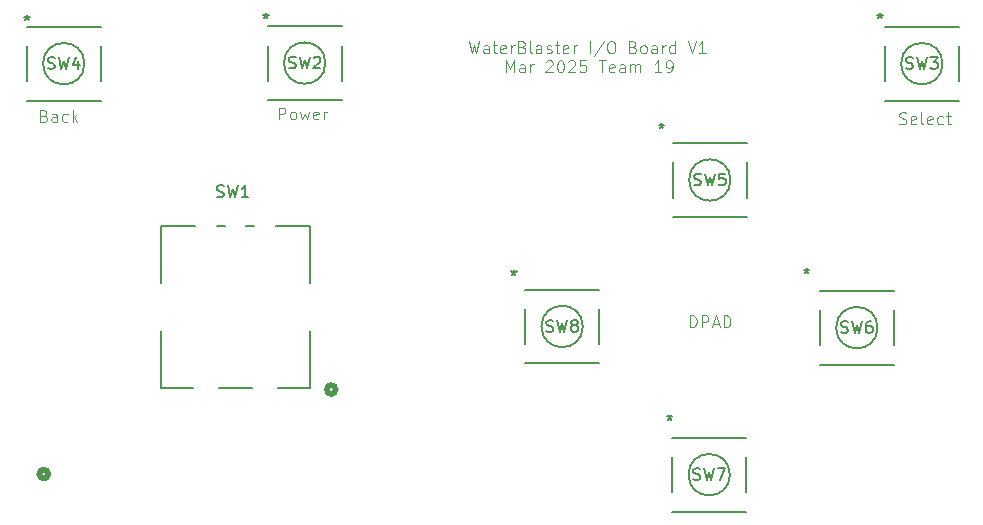
<source format=gbr>
%TF.GenerationSoftware,KiCad,Pcbnew,9.0.0*%
%TF.CreationDate,2025-03-23T02:30:14-05:00*%
%TF.ProjectId,IOBoardV1,494f426f-6172-4645-9631-2e6b69636164,rev?*%
%TF.SameCoordinates,Original*%
%TF.FileFunction,Legend,Top*%
%TF.FilePolarity,Positive*%
%FSLAX46Y46*%
G04 Gerber Fmt 4.6, Leading zero omitted, Abs format (unit mm)*
G04 Created by KiCad (PCBNEW 9.0.0) date 2025-03-23 02:30:14*
%MOMM*%
%LPD*%
G01*
G04 APERTURE LIST*
%ADD10C,0.100000*%
%ADD11C,0.150000*%
%ADD12C,0.152400*%
%ADD13C,0.508000*%
G04 APERTURE END LIST*
D10*
X176103884Y-77272419D02*
X176103884Y-76272419D01*
X176103884Y-76272419D02*
X176341979Y-76272419D01*
X176341979Y-76272419D02*
X176484836Y-76320038D01*
X176484836Y-76320038D02*
X176580074Y-76415276D01*
X176580074Y-76415276D02*
X176627693Y-76510514D01*
X176627693Y-76510514D02*
X176675312Y-76700990D01*
X176675312Y-76700990D02*
X176675312Y-76843847D01*
X176675312Y-76843847D02*
X176627693Y-77034323D01*
X176627693Y-77034323D02*
X176580074Y-77129561D01*
X176580074Y-77129561D02*
X176484836Y-77224800D01*
X176484836Y-77224800D02*
X176341979Y-77272419D01*
X176341979Y-77272419D02*
X176103884Y-77272419D01*
X177103884Y-77272419D02*
X177103884Y-76272419D01*
X177103884Y-76272419D02*
X177484836Y-76272419D01*
X177484836Y-76272419D02*
X177580074Y-76320038D01*
X177580074Y-76320038D02*
X177627693Y-76367657D01*
X177627693Y-76367657D02*
X177675312Y-76462895D01*
X177675312Y-76462895D02*
X177675312Y-76605752D01*
X177675312Y-76605752D02*
X177627693Y-76700990D01*
X177627693Y-76700990D02*
X177580074Y-76748609D01*
X177580074Y-76748609D02*
X177484836Y-76796228D01*
X177484836Y-76796228D02*
X177103884Y-76796228D01*
X178056265Y-76986704D02*
X178532455Y-76986704D01*
X177961027Y-77272419D02*
X178294360Y-76272419D01*
X178294360Y-76272419D02*
X178627693Y-77272419D01*
X178961027Y-77272419D02*
X178961027Y-76272419D01*
X178961027Y-76272419D02*
X179199122Y-76272419D01*
X179199122Y-76272419D02*
X179341979Y-76320038D01*
X179341979Y-76320038D02*
X179437217Y-76415276D01*
X179437217Y-76415276D02*
X179484836Y-76510514D01*
X179484836Y-76510514D02*
X179532455Y-76700990D01*
X179532455Y-76700990D02*
X179532455Y-76843847D01*
X179532455Y-76843847D02*
X179484836Y-77034323D01*
X179484836Y-77034323D02*
X179437217Y-77129561D01*
X179437217Y-77129561D02*
X179341979Y-77224800D01*
X179341979Y-77224800D02*
X179199122Y-77272419D01*
X179199122Y-77272419D02*
X178961027Y-77272419D01*
X141303884Y-59672419D02*
X141303884Y-58672419D01*
X141303884Y-58672419D02*
X141684836Y-58672419D01*
X141684836Y-58672419D02*
X141780074Y-58720038D01*
X141780074Y-58720038D02*
X141827693Y-58767657D01*
X141827693Y-58767657D02*
X141875312Y-58862895D01*
X141875312Y-58862895D02*
X141875312Y-59005752D01*
X141875312Y-59005752D02*
X141827693Y-59100990D01*
X141827693Y-59100990D02*
X141780074Y-59148609D01*
X141780074Y-59148609D02*
X141684836Y-59196228D01*
X141684836Y-59196228D02*
X141303884Y-59196228D01*
X142446741Y-59672419D02*
X142351503Y-59624800D01*
X142351503Y-59624800D02*
X142303884Y-59577180D01*
X142303884Y-59577180D02*
X142256265Y-59481942D01*
X142256265Y-59481942D02*
X142256265Y-59196228D01*
X142256265Y-59196228D02*
X142303884Y-59100990D01*
X142303884Y-59100990D02*
X142351503Y-59053371D01*
X142351503Y-59053371D02*
X142446741Y-59005752D01*
X142446741Y-59005752D02*
X142589598Y-59005752D01*
X142589598Y-59005752D02*
X142684836Y-59053371D01*
X142684836Y-59053371D02*
X142732455Y-59100990D01*
X142732455Y-59100990D02*
X142780074Y-59196228D01*
X142780074Y-59196228D02*
X142780074Y-59481942D01*
X142780074Y-59481942D02*
X142732455Y-59577180D01*
X142732455Y-59577180D02*
X142684836Y-59624800D01*
X142684836Y-59624800D02*
X142589598Y-59672419D01*
X142589598Y-59672419D02*
X142446741Y-59672419D01*
X143113408Y-59005752D02*
X143303884Y-59672419D01*
X143303884Y-59672419D02*
X143494360Y-59196228D01*
X143494360Y-59196228D02*
X143684836Y-59672419D01*
X143684836Y-59672419D02*
X143875312Y-59005752D01*
X144637217Y-59624800D02*
X144541979Y-59672419D01*
X144541979Y-59672419D02*
X144351503Y-59672419D01*
X144351503Y-59672419D02*
X144256265Y-59624800D01*
X144256265Y-59624800D02*
X144208646Y-59529561D01*
X144208646Y-59529561D02*
X144208646Y-59148609D01*
X144208646Y-59148609D02*
X144256265Y-59053371D01*
X144256265Y-59053371D02*
X144351503Y-59005752D01*
X144351503Y-59005752D02*
X144541979Y-59005752D01*
X144541979Y-59005752D02*
X144637217Y-59053371D01*
X144637217Y-59053371D02*
X144684836Y-59148609D01*
X144684836Y-59148609D02*
X144684836Y-59243847D01*
X144684836Y-59243847D02*
X144208646Y-59339085D01*
X145113408Y-59672419D02*
X145113408Y-59005752D01*
X145113408Y-59196228D02*
X145161027Y-59100990D01*
X145161027Y-59100990D02*
X145208646Y-59053371D01*
X145208646Y-59053371D02*
X145303884Y-59005752D01*
X145303884Y-59005752D02*
X145399122Y-59005752D01*
X193856265Y-60024800D02*
X193999122Y-60072419D01*
X193999122Y-60072419D02*
X194237217Y-60072419D01*
X194237217Y-60072419D02*
X194332455Y-60024800D01*
X194332455Y-60024800D02*
X194380074Y-59977180D01*
X194380074Y-59977180D02*
X194427693Y-59881942D01*
X194427693Y-59881942D02*
X194427693Y-59786704D01*
X194427693Y-59786704D02*
X194380074Y-59691466D01*
X194380074Y-59691466D02*
X194332455Y-59643847D01*
X194332455Y-59643847D02*
X194237217Y-59596228D01*
X194237217Y-59596228D02*
X194046741Y-59548609D01*
X194046741Y-59548609D02*
X193951503Y-59500990D01*
X193951503Y-59500990D02*
X193903884Y-59453371D01*
X193903884Y-59453371D02*
X193856265Y-59358133D01*
X193856265Y-59358133D02*
X193856265Y-59262895D01*
X193856265Y-59262895D02*
X193903884Y-59167657D01*
X193903884Y-59167657D02*
X193951503Y-59120038D01*
X193951503Y-59120038D02*
X194046741Y-59072419D01*
X194046741Y-59072419D02*
X194284836Y-59072419D01*
X194284836Y-59072419D02*
X194427693Y-59120038D01*
X195237217Y-60024800D02*
X195141979Y-60072419D01*
X195141979Y-60072419D02*
X194951503Y-60072419D01*
X194951503Y-60072419D02*
X194856265Y-60024800D01*
X194856265Y-60024800D02*
X194808646Y-59929561D01*
X194808646Y-59929561D02*
X194808646Y-59548609D01*
X194808646Y-59548609D02*
X194856265Y-59453371D01*
X194856265Y-59453371D02*
X194951503Y-59405752D01*
X194951503Y-59405752D02*
X195141979Y-59405752D01*
X195141979Y-59405752D02*
X195237217Y-59453371D01*
X195237217Y-59453371D02*
X195284836Y-59548609D01*
X195284836Y-59548609D02*
X195284836Y-59643847D01*
X195284836Y-59643847D02*
X194808646Y-59739085D01*
X195856265Y-60072419D02*
X195761027Y-60024800D01*
X195761027Y-60024800D02*
X195713408Y-59929561D01*
X195713408Y-59929561D02*
X195713408Y-59072419D01*
X196618170Y-60024800D02*
X196522932Y-60072419D01*
X196522932Y-60072419D02*
X196332456Y-60072419D01*
X196332456Y-60072419D02*
X196237218Y-60024800D01*
X196237218Y-60024800D02*
X196189599Y-59929561D01*
X196189599Y-59929561D02*
X196189599Y-59548609D01*
X196189599Y-59548609D02*
X196237218Y-59453371D01*
X196237218Y-59453371D02*
X196332456Y-59405752D01*
X196332456Y-59405752D02*
X196522932Y-59405752D01*
X196522932Y-59405752D02*
X196618170Y-59453371D01*
X196618170Y-59453371D02*
X196665789Y-59548609D01*
X196665789Y-59548609D02*
X196665789Y-59643847D01*
X196665789Y-59643847D02*
X196189599Y-59739085D01*
X197522932Y-60024800D02*
X197427694Y-60072419D01*
X197427694Y-60072419D02*
X197237218Y-60072419D01*
X197237218Y-60072419D02*
X197141980Y-60024800D01*
X197141980Y-60024800D02*
X197094361Y-59977180D01*
X197094361Y-59977180D02*
X197046742Y-59881942D01*
X197046742Y-59881942D02*
X197046742Y-59596228D01*
X197046742Y-59596228D02*
X197094361Y-59500990D01*
X197094361Y-59500990D02*
X197141980Y-59453371D01*
X197141980Y-59453371D02*
X197237218Y-59405752D01*
X197237218Y-59405752D02*
X197427694Y-59405752D01*
X197427694Y-59405752D02*
X197522932Y-59453371D01*
X197808647Y-59405752D02*
X198189599Y-59405752D01*
X197951504Y-59072419D02*
X197951504Y-59929561D01*
X197951504Y-59929561D02*
X197999123Y-60024800D01*
X197999123Y-60024800D02*
X198094361Y-60072419D01*
X198094361Y-60072419D02*
X198189599Y-60072419D01*
X157408646Y-53062475D02*
X157646741Y-54062475D01*
X157646741Y-54062475D02*
X157837217Y-53348189D01*
X157837217Y-53348189D02*
X158027693Y-54062475D01*
X158027693Y-54062475D02*
X158265789Y-53062475D01*
X159075312Y-54062475D02*
X159075312Y-53538665D01*
X159075312Y-53538665D02*
X159027693Y-53443427D01*
X159027693Y-53443427D02*
X158932455Y-53395808D01*
X158932455Y-53395808D02*
X158741979Y-53395808D01*
X158741979Y-53395808D02*
X158646741Y-53443427D01*
X159075312Y-54014856D02*
X158980074Y-54062475D01*
X158980074Y-54062475D02*
X158741979Y-54062475D01*
X158741979Y-54062475D02*
X158646741Y-54014856D01*
X158646741Y-54014856D02*
X158599122Y-53919617D01*
X158599122Y-53919617D02*
X158599122Y-53824379D01*
X158599122Y-53824379D02*
X158646741Y-53729141D01*
X158646741Y-53729141D02*
X158741979Y-53681522D01*
X158741979Y-53681522D02*
X158980074Y-53681522D01*
X158980074Y-53681522D02*
X159075312Y-53633903D01*
X159408646Y-53395808D02*
X159789598Y-53395808D01*
X159551503Y-53062475D02*
X159551503Y-53919617D01*
X159551503Y-53919617D02*
X159599122Y-54014856D01*
X159599122Y-54014856D02*
X159694360Y-54062475D01*
X159694360Y-54062475D02*
X159789598Y-54062475D01*
X160503884Y-54014856D02*
X160408646Y-54062475D01*
X160408646Y-54062475D02*
X160218170Y-54062475D01*
X160218170Y-54062475D02*
X160122932Y-54014856D01*
X160122932Y-54014856D02*
X160075313Y-53919617D01*
X160075313Y-53919617D02*
X160075313Y-53538665D01*
X160075313Y-53538665D02*
X160122932Y-53443427D01*
X160122932Y-53443427D02*
X160218170Y-53395808D01*
X160218170Y-53395808D02*
X160408646Y-53395808D01*
X160408646Y-53395808D02*
X160503884Y-53443427D01*
X160503884Y-53443427D02*
X160551503Y-53538665D01*
X160551503Y-53538665D02*
X160551503Y-53633903D01*
X160551503Y-53633903D02*
X160075313Y-53729141D01*
X160980075Y-54062475D02*
X160980075Y-53395808D01*
X160980075Y-53586284D02*
X161027694Y-53491046D01*
X161027694Y-53491046D02*
X161075313Y-53443427D01*
X161075313Y-53443427D02*
X161170551Y-53395808D01*
X161170551Y-53395808D02*
X161265789Y-53395808D01*
X161932456Y-53538665D02*
X162075313Y-53586284D01*
X162075313Y-53586284D02*
X162122932Y-53633903D01*
X162122932Y-53633903D02*
X162170551Y-53729141D01*
X162170551Y-53729141D02*
X162170551Y-53871998D01*
X162170551Y-53871998D02*
X162122932Y-53967236D01*
X162122932Y-53967236D02*
X162075313Y-54014856D01*
X162075313Y-54014856D02*
X161980075Y-54062475D01*
X161980075Y-54062475D02*
X161599123Y-54062475D01*
X161599123Y-54062475D02*
X161599123Y-53062475D01*
X161599123Y-53062475D02*
X161932456Y-53062475D01*
X161932456Y-53062475D02*
X162027694Y-53110094D01*
X162027694Y-53110094D02*
X162075313Y-53157713D01*
X162075313Y-53157713D02*
X162122932Y-53252951D01*
X162122932Y-53252951D02*
X162122932Y-53348189D01*
X162122932Y-53348189D02*
X162075313Y-53443427D01*
X162075313Y-53443427D02*
X162027694Y-53491046D01*
X162027694Y-53491046D02*
X161932456Y-53538665D01*
X161932456Y-53538665D02*
X161599123Y-53538665D01*
X162741980Y-54062475D02*
X162646742Y-54014856D01*
X162646742Y-54014856D02*
X162599123Y-53919617D01*
X162599123Y-53919617D02*
X162599123Y-53062475D01*
X163551504Y-54062475D02*
X163551504Y-53538665D01*
X163551504Y-53538665D02*
X163503885Y-53443427D01*
X163503885Y-53443427D02*
X163408647Y-53395808D01*
X163408647Y-53395808D02*
X163218171Y-53395808D01*
X163218171Y-53395808D02*
X163122933Y-53443427D01*
X163551504Y-54014856D02*
X163456266Y-54062475D01*
X163456266Y-54062475D02*
X163218171Y-54062475D01*
X163218171Y-54062475D02*
X163122933Y-54014856D01*
X163122933Y-54014856D02*
X163075314Y-53919617D01*
X163075314Y-53919617D02*
X163075314Y-53824379D01*
X163075314Y-53824379D02*
X163122933Y-53729141D01*
X163122933Y-53729141D02*
X163218171Y-53681522D01*
X163218171Y-53681522D02*
X163456266Y-53681522D01*
X163456266Y-53681522D02*
X163551504Y-53633903D01*
X163980076Y-54014856D02*
X164075314Y-54062475D01*
X164075314Y-54062475D02*
X164265790Y-54062475D01*
X164265790Y-54062475D02*
X164361028Y-54014856D01*
X164361028Y-54014856D02*
X164408647Y-53919617D01*
X164408647Y-53919617D02*
X164408647Y-53871998D01*
X164408647Y-53871998D02*
X164361028Y-53776760D01*
X164361028Y-53776760D02*
X164265790Y-53729141D01*
X164265790Y-53729141D02*
X164122933Y-53729141D01*
X164122933Y-53729141D02*
X164027695Y-53681522D01*
X164027695Y-53681522D02*
X163980076Y-53586284D01*
X163980076Y-53586284D02*
X163980076Y-53538665D01*
X163980076Y-53538665D02*
X164027695Y-53443427D01*
X164027695Y-53443427D02*
X164122933Y-53395808D01*
X164122933Y-53395808D02*
X164265790Y-53395808D01*
X164265790Y-53395808D02*
X164361028Y-53443427D01*
X164694362Y-53395808D02*
X165075314Y-53395808D01*
X164837219Y-53062475D02*
X164837219Y-53919617D01*
X164837219Y-53919617D02*
X164884838Y-54014856D01*
X164884838Y-54014856D02*
X164980076Y-54062475D01*
X164980076Y-54062475D02*
X165075314Y-54062475D01*
X165789600Y-54014856D02*
X165694362Y-54062475D01*
X165694362Y-54062475D02*
X165503886Y-54062475D01*
X165503886Y-54062475D02*
X165408648Y-54014856D01*
X165408648Y-54014856D02*
X165361029Y-53919617D01*
X165361029Y-53919617D02*
X165361029Y-53538665D01*
X165361029Y-53538665D02*
X165408648Y-53443427D01*
X165408648Y-53443427D02*
X165503886Y-53395808D01*
X165503886Y-53395808D02*
X165694362Y-53395808D01*
X165694362Y-53395808D02*
X165789600Y-53443427D01*
X165789600Y-53443427D02*
X165837219Y-53538665D01*
X165837219Y-53538665D02*
X165837219Y-53633903D01*
X165837219Y-53633903D02*
X165361029Y-53729141D01*
X166265791Y-54062475D02*
X166265791Y-53395808D01*
X166265791Y-53586284D02*
X166313410Y-53491046D01*
X166313410Y-53491046D02*
X166361029Y-53443427D01*
X166361029Y-53443427D02*
X166456267Y-53395808D01*
X166456267Y-53395808D02*
X166551505Y-53395808D01*
X167646744Y-54062475D02*
X167646744Y-53062475D01*
X168837219Y-53014856D02*
X167980077Y-54300570D01*
X169361029Y-53062475D02*
X169551505Y-53062475D01*
X169551505Y-53062475D02*
X169646743Y-53110094D01*
X169646743Y-53110094D02*
X169741981Y-53205332D01*
X169741981Y-53205332D02*
X169789600Y-53395808D01*
X169789600Y-53395808D02*
X169789600Y-53729141D01*
X169789600Y-53729141D02*
X169741981Y-53919617D01*
X169741981Y-53919617D02*
X169646743Y-54014856D01*
X169646743Y-54014856D02*
X169551505Y-54062475D01*
X169551505Y-54062475D02*
X169361029Y-54062475D01*
X169361029Y-54062475D02*
X169265791Y-54014856D01*
X169265791Y-54014856D02*
X169170553Y-53919617D01*
X169170553Y-53919617D02*
X169122934Y-53729141D01*
X169122934Y-53729141D02*
X169122934Y-53395808D01*
X169122934Y-53395808D02*
X169170553Y-53205332D01*
X169170553Y-53205332D02*
X169265791Y-53110094D01*
X169265791Y-53110094D02*
X169361029Y-53062475D01*
X171313410Y-53538665D02*
X171456267Y-53586284D01*
X171456267Y-53586284D02*
X171503886Y-53633903D01*
X171503886Y-53633903D02*
X171551505Y-53729141D01*
X171551505Y-53729141D02*
X171551505Y-53871998D01*
X171551505Y-53871998D02*
X171503886Y-53967236D01*
X171503886Y-53967236D02*
X171456267Y-54014856D01*
X171456267Y-54014856D02*
X171361029Y-54062475D01*
X171361029Y-54062475D02*
X170980077Y-54062475D01*
X170980077Y-54062475D02*
X170980077Y-53062475D01*
X170980077Y-53062475D02*
X171313410Y-53062475D01*
X171313410Y-53062475D02*
X171408648Y-53110094D01*
X171408648Y-53110094D02*
X171456267Y-53157713D01*
X171456267Y-53157713D02*
X171503886Y-53252951D01*
X171503886Y-53252951D02*
X171503886Y-53348189D01*
X171503886Y-53348189D02*
X171456267Y-53443427D01*
X171456267Y-53443427D02*
X171408648Y-53491046D01*
X171408648Y-53491046D02*
X171313410Y-53538665D01*
X171313410Y-53538665D02*
X170980077Y-53538665D01*
X172122934Y-54062475D02*
X172027696Y-54014856D01*
X172027696Y-54014856D02*
X171980077Y-53967236D01*
X171980077Y-53967236D02*
X171932458Y-53871998D01*
X171932458Y-53871998D02*
X171932458Y-53586284D01*
X171932458Y-53586284D02*
X171980077Y-53491046D01*
X171980077Y-53491046D02*
X172027696Y-53443427D01*
X172027696Y-53443427D02*
X172122934Y-53395808D01*
X172122934Y-53395808D02*
X172265791Y-53395808D01*
X172265791Y-53395808D02*
X172361029Y-53443427D01*
X172361029Y-53443427D02*
X172408648Y-53491046D01*
X172408648Y-53491046D02*
X172456267Y-53586284D01*
X172456267Y-53586284D02*
X172456267Y-53871998D01*
X172456267Y-53871998D02*
X172408648Y-53967236D01*
X172408648Y-53967236D02*
X172361029Y-54014856D01*
X172361029Y-54014856D02*
X172265791Y-54062475D01*
X172265791Y-54062475D02*
X172122934Y-54062475D01*
X173313410Y-54062475D02*
X173313410Y-53538665D01*
X173313410Y-53538665D02*
X173265791Y-53443427D01*
X173265791Y-53443427D02*
X173170553Y-53395808D01*
X173170553Y-53395808D02*
X172980077Y-53395808D01*
X172980077Y-53395808D02*
X172884839Y-53443427D01*
X173313410Y-54014856D02*
X173218172Y-54062475D01*
X173218172Y-54062475D02*
X172980077Y-54062475D01*
X172980077Y-54062475D02*
X172884839Y-54014856D01*
X172884839Y-54014856D02*
X172837220Y-53919617D01*
X172837220Y-53919617D02*
X172837220Y-53824379D01*
X172837220Y-53824379D02*
X172884839Y-53729141D01*
X172884839Y-53729141D02*
X172980077Y-53681522D01*
X172980077Y-53681522D02*
X173218172Y-53681522D01*
X173218172Y-53681522D02*
X173313410Y-53633903D01*
X173789601Y-54062475D02*
X173789601Y-53395808D01*
X173789601Y-53586284D02*
X173837220Y-53491046D01*
X173837220Y-53491046D02*
X173884839Y-53443427D01*
X173884839Y-53443427D02*
X173980077Y-53395808D01*
X173980077Y-53395808D02*
X174075315Y-53395808D01*
X174837220Y-54062475D02*
X174837220Y-53062475D01*
X174837220Y-54014856D02*
X174741982Y-54062475D01*
X174741982Y-54062475D02*
X174551506Y-54062475D01*
X174551506Y-54062475D02*
X174456268Y-54014856D01*
X174456268Y-54014856D02*
X174408649Y-53967236D01*
X174408649Y-53967236D02*
X174361030Y-53871998D01*
X174361030Y-53871998D02*
X174361030Y-53586284D01*
X174361030Y-53586284D02*
X174408649Y-53491046D01*
X174408649Y-53491046D02*
X174456268Y-53443427D01*
X174456268Y-53443427D02*
X174551506Y-53395808D01*
X174551506Y-53395808D02*
X174741982Y-53395808D01*
X174741982Y-53395808D02*
X174837220Y-53443427D01*
X175932459Y-53062475D02*
X176265792Y-54062475D01*
X176265792Y-54062475D02*
X176599125Y-53062475D01*
X177456268Y-54062475D02*
X176884840Y-54062475D01*
X177170554Y-54062475D02*
X177170554Y-53062475D01*
X177170554Y-53062475D02*
X177075316Y-53205332D01*
X177075316Y-53205332D02*
X176980078Y-53300570D01*
X176980078Y-53300570D02*
X176884840Y-53348189D01*
X160551504Y-55672419D02*
X160551504Y-54672419D01*
X160551504Y-54672419D02*
X160884837Y-55386704D01*
X160884837Y-55386704D02*
X161218170Y-54672419D01*
X161218170Y-54672419D02*
X161218170Y-55672419D01*
X162122932Y-55672419D02*
X162122932Y-55148609D01*
X162122932Y-55148609D02*
X162075313Y-55053371D01*
X162075313Y-55053371D02*
X161980075Y-55005752D01*
X161980075Y-55005752D02*
X161789599Y-55005752D01*
X161789599Y-55005752D02*
X161694361Y-55053371D01*
X162122932Y-55624800D02*
X162027694Y-55672419D01*
X162027694Y-55672419D02*
X161789599Y-55672419D01*
X161789599Y-55672419D02*
X161694361Y-55624800D01*
X161694361Y-55624800D02*
X161646742Y-55529561D01*
X161646742Y-55529561D02*
X161646742Y-55434323D01*
X161646742Y-55434323D02*
X161694361Y-55339085D01*
X161694361Y-55339085D02*
X161789599Y-55291466D01*
X161789599Y-55291466D02*
X162027694Y-55291466D01*
X162027694Y-55291466D02*
X162122932Y-55243847D01*
X162599123Y-55672419D02*
X162599123Y-55005752D01*
X162599123Y-55196228D02*
X162646742Y-55100990D01*
X162646742Y-55100990D02*
X162694361Y-55053371D01*
X162694361Y-55053371D02*
X162789599Y-55005752D01*
X162789599Y-55005752D02*
X162884837Y-55005752D01*
X163932457Y-54767657D02*
X163980076Y-54720038D01*
X163980076Y-54720038D02*
X164075314Y-54672419D01*
X164075314Y-54672419D02*
X164313409Y-54672419D01*
X164313409Y-54672419D02*
X164408647Y-54720038D01*
X164408647Y-54720038D02*
X164456266Y-54767657D01*
X164456266Y-54767657D02*
X164503885Y-54862895D01*
X164503885Y-54862895D02*
X164503885Y-54958133D01*
X164503885Y-54958133D02*
X164456266Y-55100990D01*
X164456266Y-55100990D02*
X163884838Y-55672419D01*
X163884838Y-55672419D02*
X164503885Y-55672419D01*
X165122933Y-54672419D02*
X165218171Y-54672419D01*
X165218171Y-54672419D02*
X165313409Y-54720038D01*
X165313409Y-54720038D02*
X165361028Y-54767657D01*
X165361028Y-54767657D02*
X165408647Y-54862895D01*
X165408647Y-54862895D02*
X165456266Y-55053371D01*
X165456266Y-55053371D02*
X165456266Y-55291466D01*
X165456266Y-55291466D02*
X165408647Y-55481942D01*
X165408647Y-55481942D02*
X165361028Y-55577180D01*
X165361028Y-55577180D02*
X165313409Y-55624800D01*
X165313409Y-55624800D02*
X165218171Y-55672419D01*
X165218171Y-55672419D02*
X165122933Y-55672419D01*
X165122933Y-55672419D02*
X165027695Y-55624800D01*
X165027695Y-55624800D02*
X164980076Y-55577180D01*
X164980076Y-55577180D02*
X164932457Y-55481942D01*
X164932457Y-55481942D02*
X164884838Y-55291466D01*
X164884838Y-55291466D02*
X164884838Y-55053371D01*
X164884838Y-55053371D02*
X164932457Y-54862895D01*
X164932457Y-54862895D02*
X164980076Y-54767657D01*
X164980076Y-54767657D02*
X165027695Y-54720038D01*
X165027695Y-54720038D02*
X165122933Y-54672419D01*
X165837219Y-54767657D02*
X165884838Y-54720038D01*
X165884838Y-54720038D02*
X165980076Y-54672419D01*
X165980076Y-54672419D02*
X166218171Y-54672419D01*
X166218171Y-54672419D02*
X166313409Y-54720038D01*
X166313409Y-54720038D02*
X166361028Y-54767657D01*
X166361028Y-54767657D02*
X166408647Y-54862895D01*
X166408647Y-54862895D02*
X166408647Y-54958133D01*
X166408647Y-54958133D02*
X166361028Y-55100990D01*
X166361028Y-55100990D02*
X165789600Y-55672419D01*
X165789600Y-55672419D02*
X166408647Y-55672419D01*
X167313409Y-54672419D02*
X166837219Y-54672419D01*
X166837219Y-54672419D02*
X166789600Y-55148609D01*
X166789600Y-55148609D02*
X166837219Y-55100990D01*
X166837219Y-55100990D02*
X166932457Y-55053371D01*
X166932457Y-55053371D02*
X167170552Y-55053371D01*
X167170552Y-55053371D02*
X167265790Y-55100990D01*
X167265790Y-55100990D02*
X167313409Y-55148609D01*
X167313409Y-55148609D02*
X167361028Y-55243847D01*
X167361028Y-55243847D02*
X167361028Y-55481942D01*
X167361028Y-55481942D02*
X167313409Y-55577180D01*
X167313409Y-55577180D02*
X167265790Y-55624800D01*
X167265790Y-55624800D02*
X167170552Y-55672419D01*
X167170552Y-55672419D02*
X166932457Y-55672419D01*
X166932457Y-55672419D02*
X166837219Y-55624800D01*
X166837219Y-55624800D02*
X166789600Y-55577180D01*
X168408648Y-54672419D02*
X168980076Y-54672419D01*
X168694362Y-55672419D02*
X168694362Y-54672419D01*
X169694362Y-55624800D02*
X169599124Y-55672419D01*
X169599124Y-55672419D02*
X169408648Y-55672419D01*
X169408648Y-55672419D02*
X169313410Y-55624800D01*
X169313410Y-55624800D02*
X169265791Y-55529561D01*
X169265791Y-55529561D02*
X169265791Y-55148609D01*
X169265791Y-55148609D02*
X169313410Y-55053371D01*
X169313410Y-55053371D02*
X169408648Y-55005752D01*
X169408648Y-55005752D02*
X169599124Y-55005752D01*
X169599124Y-55005752D02*
X169694362Y-55053371D01*
X169694362Y-55053371D02*
X169741981Y-55148609D01*
X169741981Y-55148609D02*
X169741981Y-55243847D01*
X169741981Y-55243847D02*
X169265791Y-55339085D01*
X170599124Y-55672419D02*
X170599124Y-55148609D01*
X170599124Y-55148609D02*
X170551505Y-55053371D01*
X170551505Y-55053371D02*
X170456267Y-55005752D01*
X170456267Y-55005752D02*
X170265791Y-55005752D01*
X170265791Y-55005752D02*
X170170553Y-55053371D01*
X170599124Y-55624800D02*
X170503886Y-55672419D01*
X170503886Y-55672419D02*
X170265791Y-55672419D01*
X170265791Y-55672419D02*
X170170553Y-55624800D01*
X170170553Y-55624800D02*
X170122934Y-55529561D01*
X170122934Y-55529561D02*
X170122934Y-55434323D01*
X170122934Y-55434323D02*
X170170553Y-55339085D01*
X170170553Y-55339085D02*
X170265791Y-55291466D01*
X170265791Y-55291466D02*
X170503886Y-55291466D01*
X170503886Y-55291466D02*
X170599124Y-55243847D01*
X171075315Y-55672419D02*
X171075315Y-55005752D01*
X171075315Y-55100990D02*
X171122934Y-55053371D01*
X171122934Y-55053371D02*
X171218172Y-55005752D01*
X171218172Y-55005752D02*
X171361029Y-55005752D01*
X171361029Y-55005752D02*
X171456267Y-55053371D01*
X171456267Y-55053371D02*
X171503886Y-55148609D01*
X171503886Y-55148609D02*
X171503886Y-55672419D01*
X171503886Y-55148609D02*
X171551505Y-55053371D01*
X171551505Y-55053371D02*
X171646743Y-55005752D01*
X171646743Y-55005752D02*
X171789600Y-55005752D01*
X171789600Y-55005752D02*
X171884839Y-55053371D01*
X171884839Y-55053371D02*
X171932458Y-55148609D01*
X171932458Y-55148609D02*
X171932458Y-55672419D01*
X173694362Y-55672419D02*
X173122934Y-55672419D01*
X173408648Y-55672419D02*
X173408648Y-54672419D01*
X173408648Y-54672419D02*
X173313410Y-54815276D01*
X173313410Y-54815276D02*
X173218172Y-54910514D01*
X173218172Y-54910514D02*
X173122934Y-54958133D01*
X174170553Y-55672419D02*
X174361029Y-55672419D01*
X174361029Y-55672419D02*
X174456267Y-55624800D01*
X174456267Y-55624800D02*
X174503886Y-55577180D01*
X174503886Y-55577180D02*
X174599124Y-55434323D01*
X174599124Y-55434323D02*
X174646743Y-55243847D01*
X174646743Y-55243847D02*
X174646743Y-54862895D01*
X174646743Y-54862895D02*
X174599124Y-54767657D01*
X174599124Y-54767657D02*
X174551505Y-54720038D01*
X174551505Y-54720038D02*
X174456267Y-54672419D01*
X174456267Y-54672419D02*
X174265791Y-54672419D01*
X174265791Y-54672419D02*
X174170553Y-54720038D01*
X174170553Y-54720038D02*
X174122934Y-54767657D01*
X174122934Y-54767657D02*
X174075315Y-54862895D01*
X174075315Y-54862895D02*
X174075315Y-55100990D01*
X174075315Y-55100990D02*
X174122934Y-55196228D01*
X174122934Y-55196228D02*
X174170553Y-55243847D01*
X174170553Y-55243847D02*
X174265791Y-55291466D01*
X174265791Y-55291466D02*
X174456267Y-55291466D01*
X174456267Y-55291466D02*
X174551505Y-55243847D01*
X174551505Y-55243847D02*
X174599124Y-55196228D01*
X174599124Y-55196228D02*
X174646743Y-55100990D01*
X121437217Y-59348609D02*
X121580074Y-59396228D01*
X121580074Y-59396228D02*
X121627693Y-59443847D01*
X121627693Y-59443847D02*
X121675312Y-59539085D01*
X121675312Y-59539085D02*
X121675312Y-59681942D01*
X121675312Y-59681942D02*
X121627693Y-59777180D01*
X121627693Y-59777180D02*
X121580074Y-59824800D01*
X121580074Y-59824800D02*
X121484836Y-59872419D01*
X121484836Y-59872419D02*
X121103884Y-59872419D01*
X121103884Y-59872419D02*
X121103884Y-58872419D01*
X121103884Y-58872419D02*
X121437217Y-58872419D01*
X121437217Y-58872419D02*
X121532455Y-58920038D01*
X121532455Y-58920038D02*
X121580074Y-58967657D01*
X121580074Y-58967657D02*
X121627693Y-59062895D01*
X121627693Y-59062895D02*
X121627693Y-59158133D01*
X121627693Y-59158133D02*
X121580074Y-59253371D01*
X121580074Y-59253371D02*
X121532455Y-59300990D01*
X121532455Y-59300990D02*
X121437217Y-59348609D01*
X121437217Y-59348609D02*
X121103884Y-59348609D01*
X122532455Y-59872419D02*
X122532455Y-59348609D01*
X122532455Y-59348609D02*
X122484836Y-59253371D01*
X122484836Y-59253371D02*
X122389598Y-59205752D01*
X122389598Y-59205752D02*
X122199122Y-59205752D01*
X122199122Y-59205752D02*
X122103884Y-59253371D01*
X122532455Y-59824800D02*
X122437217Y-59872419D01*
X122437217Y-59872419D02*
X122199122Y-59872419D01*
X122199122Y-59872419D02*
X122103884Y-59824800D01*
X122103884Y-59824800D02*
X122056265Y-59729561D01*
X122056265Y-59729561D02*
X122056265Y-59634323D01*
X122056265Y-59634323D02*
X122103884Y-59539085D01*
X122103884Y-59539085D02*
X122199122Y-59491466D01*
X122199122Y-59491466D02*
X122437217Y-59491466D01*
X122437217Y-59491466D02*
X122532455Y-59443847D01*
X123437217Y-59824800D02*
X123341979Y-59872419D01*
X123341979Y-59872419D02*
X123151503Y-59872419D01*
X123151503Y-59872419D02*
X123056265Y-59824800D01*
X123056265Y-59824800D02*
X123008646Y-59777180D01*
X123008646Y-59777180D02*
X122961027Y-59681942D01*
X122961027Y-59681942D02*
X122961027Y-59396228D01*
X122961027Y-59396228D02*
X123008646Y-59300990D01*
X123008646Y-59300990D02*
X123056265Y-59253371D01*
X123056265Y-59253371D02*
X123151503Y-59205752D01*
X123151503Y-59205752D02*
X123341979Y-59205752D01*
X123341979Y-59205752D02*
X123437217Y-59253371D01*
X123865789Y-59872419D02*
X123865789Y-58872419D01*
X123961027Y-59491466D02*
X124246741Y-59872419D01*
X124246741Y-59205752D02*
X123865789Y-59586704D01*
D11*
X176414767Y-90157201D02*
X176557624Y-90204820D01*
X176557624Y-90204820D02*
X176795719Y-90204820D01*
X176795719Y-90204820D02*
X176890957Y-90157201D01*
X176890957Y-90157201D02*
X176938576Y-90109581D01*
X176938576Y-90109581D02*
X176986195Y-90014343D01*
X176986195Y-90014343D02*
X176986195Y-89919105D01*
X176986195Y-89919105D02*
X176938576Y-89823867D01*
X176938576Y-89823867D02*
X176890957Y-89776248D01*
X176890957Y-89776248D02*
X176795719Y-89728629D01*
X176795719Y-89728629D02*
X176605243Y-89681010D01*
X176605243Y-89681010D02*
X176510005Y-89633391D01*
X176510005Y-89633391D02*
X176462386Y-89585772D01*
X176462386Y-89585772D02*
X176414767Y-89490534D01*
X176414767Y-89490534D02*
X176414767Y-89395296D01*
X176414767Y-89395296D02*
X176462386Y-89300058D01*
X176462386Y-89300058D02*
X176510005Y-89252439D01*
X176510005Y-89252439D02*
X176605243Y-89204820D01*
X176605243Y-89204820D02*
X176843338Y-89204820D01*
X176843338Y-89204820D02*
X176986195Y-89252439D01*
X177319529Y-89204820D02*
X177557624Y-90204820D01*
X177557624Y-90204820D02*
X177748100Y-89490534D01*
X177748100Y-89490534D02*
X177938576Y-90204820D01*
X177938576Y-90204820D02*
X178176672Y-89204820D01*
X178462386Y-89204820D02*
X179129052Y-89204820D01*
X179129052Y-89204820D02*
X178700481Y-90204820D01*
X174400000Y-84654819D02*
X174400000Y-84892914D01*
X174161905Y-84797676D02*
X174400000Y-84892914D01*
X174400000Y-84892914D02*
X174638095Y-84797676D01*
X174257143Y-85083390D02*
X174400000Y-84892914D01*
X174400000Y-84892914D02*
X174542857Y-85083390D01*
X136066667Y-66207200D02*
X136209524Y-66254819D01*
X136209524Y-66254819D02*
X136447619Y-66254819D01*
X136447619Y-66254819D02*
X136542857Y-66207200D01*
X136542857Y-66207200D02*
X136590476Y-66159580D01*
X136590476Y-66159580D02*
X136638095Y-66064342D01*
X136638095Y-66064342D02*
X136638095Y-65969104D01*
X136638095Y-65969104D02*
X136590476Y-65873866D01*
X136590476Y-65873866D02*
X136542857Y-65826247D01*
X136542857Y-65826247D02*
X136447619Y-65778628D01*
X136447619Y-65778628D02*
X136257143Y-65731009D01*
X136257143Y-65731009D02*
X136161905Y-65683390D01*
X136161905Y-65683390D02*
X136114286Y-65635771D01*
X136114286Y-65635771D02*
X136066667Y-65540533D01*
X136066667Y-65540533D02*
X136066667Y-65445295D01*
X136066667Y-65445295D02*
X136114286Y-65350057D01*
X136114286Y-65350057D02*
X136161905Y-65302438D01*
X136161905Y-65302438D02*
X136257143Y-65254819D01*
X136257143Y-65254819D02*
X136495238Y-65254819D01*
X136495238Y-65254819D02*
X136638095Y-65302438D01*
X136971429Y-65254819D02*
X137209524Y-66254819D01*
X137209524Y-66254819D02*
X137400000Y-65540533D01*
X137400000Y-65540533D02*
X137590476Y-66254819D01*
X137590476Y-66254819D02*
X137828572Y-65254819D01*
X138733333Y-66254819D02*
X138161905Y-66254819D01*
X138447619Y-66254819D02*
X138447619Y-65254819D01*
X138447619Y-65254819D02*
X138352381Y-65397676D01*
X138352381Y-65397676D02*
X138257143Y-65492914D01*
X138257143Y-65492914D02*
X138161905Y-65540533D01*
X188914767Y-77707202D02*
X189057624Y-77754821D01*
X189057624Y-77754821D02*
X189295719Y-77754821D01*
X189295719Y-77754821D02*
X189390957Y-77707202D01*
X189390957Y-77707202D02*
X189438576Y-77659582D01*
X189438576Y-77659582D02*
X189486195Y-77564344D01*
X189486195Y-77564344D02*
X189486195Y-77469106D01*
X189486195Y-77469106D02*
X189438576Y-77373868D01*
X189438576Y-77373868D02*
X189390957Y-77326249D01*
X189390957Y-77326249D02*
X189295719Y-77278630D01*
X189295719Y-77278630D02*
X189105243Y-77231011D01*
X189105243Y-77231011D02*
X189010005Y-77183392D01*
X189010005Y-77183392D02*
X188962386Y-77135773D01*
X188962386Y-77135773D02*
X188914767Y-77040535D01*
X188914767Y-77040535D02*
X188914767Y-76945297D01*
X188914767Y-76945297D02*
X188962386Y-76850059D01*
X188962386Y-76850059D02*
X189010005Y-76802440D01*
X189010005Y-76802440D02*
X189105243Y-76754821D01*
X189105243Y-76754821D02*
X189343338Y-76754821D01*
X189343338Y-76754821D02*
X189486195Y-76802440D01*
X189819529Y-76754821D02*
X190057624Y-77754821D01*
X190057624Y-77754821D02*
X190248100Y-77040535D01*
X190248100Y-77040535D02*
X190438576Y-77754821D01*
X190438576Y-77754821D02*
X190676672Y-76754821D01*
X191486195Y-76754821D02*
X191295719Y-76754821D01*
X191295719Y-76754821D02*
X191200481Y-76802440D01*
X191200481Y-76802440D02*
X191152862Y-76850059D01*
X191152862Y-76850059D02*
X191057624Y-76992916D01*
X191057624Y-76992916D02*
X191010005Y-77183392D01*
X191010005Y-77183392D02*
X191010005Y-77564344D01*
X191010005Y-77564344D02*
X191057624Y-77659582D01*
X191057624Y-77659582D02*
X191105243Y-77707202D01*
X191105243Y-77707202D02*
X191200481Y-77754821D01*
X191200481Y-77754821D02*
X191390957Y-77754821D01*
X191390957Y-77754821D02*
X191486195Y-77707202D01*
X191486195Y-77707202D02*
X191533814Y-77659582D01*
X191533814Y-77659582D02*
X191581433Y-77564344D01*
X191581433Y-77564344D02*
X191581433Y-77326249D01*
X191581433Y-77326249D02*
X191533814Y-77231011D01*
X191533814Y-77231011D02*
X191486195Y-77183392D01*
X191486195Y-77183392D02*
X191390957Y-77135773D01*
X191390957Y-77135773D02*
X191200481Y-77135773D01*
X191200481Y-77135773D02*
X191105243Y-77183392D01*
X191105243Y-77183392D02*
X191057624Y-77231011D01*
X191057624Y-77231011D02*
X191010005Y-77326249D01*
X186000000Y-72254819D02*
X186000000Y-72492914D01*
X185761905Y-72397676D02*
X186000000Y-72492914D01*
X186000000Y-72492914D02*
X186238095Y-72397676D01*
X185857143Y-72683390D02*
X186000000Y-72492914D01*
X186000000Y-72492914D02*
X186142857Y-72683390D01*
X176466667Y-65207200D02*
X176609524Y-65254819D01*
X176609524Y-65254819D02*
X176847619Y-65254819D01*
X176847619Y-65254819D02*
X176942857Y-65207200D01*
X176942857Y-65207200D02*
X176990476Y-65159580D01*
X176990476Y-65159580D02*
X177038095Y-65064342D01*
X177038095Y-65064342D02*
X177038095Y-64969104D01*
X177038095Y-64969104D02*
X176990476Y-64873866D01*
X176990476Y-64873866D02*
X176942857Y-64826247D01*
X176942857Y-64826247D02*
X176847619Y-64778628D01*
X176847619Y-64778628D02*
X176657143Y-64731009D01*
X176657143Y-64731009D02*
X176561905Y-64683390D01*
X176561905Y-64683390D02*
X176514286Y-64635771D01*
X176514286Y-64635771D02*
X176466667Y-64540533D01*
X176466667Y-64540533D02*
X176466667Y-64445295D01*
X176466667Y-64445295D02*
X176514286Y-64350057D01*
X176514286Y-64350057D02*
X176561905Y-64302438D01*
X176561905Y-64302438D02*
X176657143Y-64254819D01*
X176657143Y-64254819D02*
X176895238Y-64254819D01*
X176895238Y-64254819D02*
X177038095Y-64302438D01*
X177371429Y-64254819D02*
X177609524Y-65254819D01*
X177609524Y-65254819D02*
X177800000Y-64540533D01*
X177800000Y-64540533D02*
X177990476Y-65254819D01*
X177990476Y-65254819D02*
X178228572Y-64254819D01*
X179085714Y-64254819D02*
X178609524Y-64254819D01*
X178609524Y-64254819D02*
X178561905Y-64731009D01*
X178561905Y-64731009D02*
X178609524Y-64683390D01*
X178609524Y-64683390D02*
X178704762Y-64635771D01*
X178704762Y-64635771D02*
X178942857Y-64635771D01*
X178942857Y-64635771D02*
X179038095Y-64683390D01*
X179038095Y-64683390D02*
X179085714Y-64731009D01*
X179085714Y-64731009D02*
X179133333Y-64826247D01*
X179133333Y-64826247D02*
X179133333Y-65064342D01*
X179133333Y-65064342D02*
X179085714Y-65159580D01*
X179085714Y-65159580D02*
X179038095Y-65207200D01*
X179038095Y-65207200D02*
X178942857Y-65254819D01*
X178942857Y-65254819D02*
X178704762Y-65254819D01*
X178704762Y-65254819D02*
X178609524Y-65207200D01*
X178609524Y-65207200D02*
X178561905Y-65159580D01*
X173697900Y-59998218D02*
X173697900Y-60236313D01*
X173459805Y-60141075D02*
X173697900Y-60236313D01*
X173697900Y-60236313D02*
X173935995Y-60141075D01*
X173555043Y-60426789D02*
X173697900Y-60236313D01*
X173697900Y-60236313D02*
X173840757Y-60426789D01*
X194418567Y-55357201D02*
X194561424Y-55404820D01*
X194561424Y-55404820D02*
X194799519Y-55404820D01*
X194799519Y-55404820D02*
X194894757Y-55357201D01*
X194894757Y-55357201D02*
X194942376Y-55309581D01*
X194942376Y-55309581D02*
X194989995Y-55214343D01*
X194989995Y-55214343D02*
X194989995Y-55119105D01*
X194989995Y-55119105D02*
X194942376Y-55023867D01*
X194942376Y-55023867D02*
X194894757Y-54976248D01*
X194894757Y-54976248D02*
X194799519Y-54928629D01*
X194799519Y-54928629D02*
X194609043Y-54881010D01*
X194609043Y-54881010D02*
X194513805Y-54833391D01*
X194513805Y-54833391D02*
X194466186Y-54785772D01*
X194466186Y-54785772D02*
X194418567Y-54690534D01*
X194418567Y-54690534D02*
X194418567Y-54595296D01*
X194418567Y-54595296D02*
X194466186Y-54500058D01*
X194466186Y-54500058D02*
X194513805Y-54452439D01*
X194513805Y-54452439D02*
X194609043Y-54404820D01*
X194609043Y-54404820D02*
X194847138Y-54404820D01*
X194847138Y-54404820D02*
X194989995Y-54452439D01*
X195323329Y-54404820D02*
X195561424Y-55404820D01*
X195561424Y-55404820D02*
X195751900Y-54690534D01*
X195751900Y-54690534D02*
X195942376Y-55404820D01*
X195942376Y-55404820D02*
X196180472Y-54404820D01*
X196466186Y-54404820D02*
X197085233Y-54404820D01*
X197085233Y-54404820D02*
X196751900Y-54785772D01*
X196751900Y-54785772D02*
X196894757Y-54785772D01*
X196894757Y-54785772D02*
X196989995Y-54833391D01*
X196989995Y-54833391D02*
X197037614Y-54881010D01*
X197037614Y-54881010D02*
X197085233Y-54976248D01*
X197085233Y-54976248D02*
X197085233Y-55214343D01*
X197085233Y-55214343D02*
X197037614Y-55309581D01*
X197037614Y-55309581D02*
X196989995Y-55357201D01*
X196989995Y-55357201D02*
X196894757Y-55404820D01*
X196894757Y-55404820D02*
X196609043Y-55404820D01*
X196609043Y-55404820D02*
X196513805Y-55357201D01*
X196513805Y-55357201D02*
X196466186Y-55309581D01*
X192200000Y-50654819D02*
X192200000Y-50892914D01*
X191961905Y-50797676D02*
X192200000Y-50892914D01*
X192200000Y-50892914D02*
X192438095Y-50797676D01*
X192057143Y-51083390D02*
X192200000Y-50892914D01*
X192200000Y-50892914D02*
X192342857Y-51083390D01*
X142166667Y-55307200D02*
X142309524Y-55354819D01*
X142309524Y-55354819D02*
X142547619Y-55354819D01*
X142547619Y-55354819D02*
X142642857Y-55307200D01*
X142642857Y-55307200D02*
X142690476Y-55259580D01*
X142690476Y-55259580D02*
X142738095Y-55164342D01*
X142738095Y-55164342D02*
X142738095Y-55069104D01*
X142738095Y-55069104D02*
X142690476Y-54973866D01*
X142690476Y-54973866D02*
X142642857Y-54926247D01*
X142642857Y-54926247D02*
X142547619Y-54878628D01*
X142547619Y-54878628D02*
X142357143Y-54831009D01*
X142357143Y-54831009D02*
X142261905Y-54783390D01*
X142261905Y-54783390D02*
X142214286Y-54735771D01*
X142214286Y-54735771D02*
X142166667Y-54640533D01*
X142166667Y-54640533D02*
X142166667Y-54545295D01*
X142166667Y-54545295D02*
X142214286Y-54450057D01*
X142214286Y-54450057D02*
X142261905Y-54402438D01*
X142261905Y-54402438D02*
X142357143Y-54354819D01*
X142357143Y-54354819D02*
X142595238Y-54354819D01*
X142595238Y-54354819D02*
X142738095Y-54402438D01*
X143071429Y-54354819D02*
X143309524Y-55354819D01*
X143309524Y-55354819D02*
X143500000Y-54640533D01*
X143500000Y-54640533D02*
X143690476Y-55354819D01*
X143690476Y-55354819D02*
X143928572Y-54354819D01*
X144261905Y-54450057D02*
X144309524Y-54402438D01*
X144309524Y-54402438D02*
X144404762Y-54354819D01*
X144404762Y-54354819D02*
X144642857Y-54354819D01*
X144642857Y-54354819D02*
X144738095Y-54402438D01*
X144738095Y-54402438D02*
X144785714Y-54450057D01*
X144785714Y-54450057D02*
X144833333Y-54545295D01*
X144833333Y-54545295D02*
X144833333Y-54640533D01*
X144833333Y-54640533D02*
X144785714Y-54783390D01*
X144785714Y-54783390D02*
X144214286Y-55354819D01*
X144214286Y-55354819D02*
X144833333Y-55354819D01*
X140200000Y-50654819D02*
X140200000Y-50892914D01*
X139961905Y-50797676D02*
X140200000Y-50892914D01*
X140200000Y-50892914D02*
X140438095Y-50797676D01*
X140057143Y-51083390D02*
X140200000Y-50892914D01*
X140200000Y-50892914D02*
X140342857Y-51083390D01*
X121766667Y-55357199D02*
X121909524Y-55404818D01*
X121909524Y-55404818D02*
X122147619Y-55404818D01*
X122147619Y-55404818D02*
X122242857Y-55357199D01*
X122242857Y-55357199D02*
X122290476Y-55309579D01*
X122290476Y-55309579D02*
X122338095Y-55214341D01*
X122338095Y-55214341D02*
X122338095Y-55119103D01*
X122338095Y-55119103D02*
X122290476Y-55023865D01*
X122290476Y-55023865D02*
X122242857Y-54976246D01*
X122242857Y-54976246D02*
X122147619Y-54928627D01*
X122147619Y-54928627D02*
X121957143Y-54881008D01*
X121957143Y-54881008D02*
X121861905Y-54833389D01*
X121861905Y-54833389D02*
X121814286Y-54785770D01*
X121814286Y-54785770D02*
X121766667Y-54690532D01*
X121766667Y-54690532D02*
X121766667Y-54595294D01*
X121766667Y-54595294D02*
X121814286Y-54500056D01*
X121814286Y-54500056D02*
X121861905Y-54452437D01*
X121861905Y-54452437D02*
X121957143Y-54404818D01*
X121957143Y-54404818D02*
X122195238Y-54404818D01*
X122195238Y-54404818D02*
X122338095Y-54452437D01*
X122671429Y-54404818D02*
X122909524Y-55404818D01*
X122909524Y-55404818D02*
X123100000Y-54690532D01*
X123100000Y-54690532D02*
X123290476Y-55404818D01*
X123290476Y-55404818D02*
X123528572Y-54404818D01*
X124338095Y-54738151D02*
X124338095Y-55404818D01*
X124100000Y-54357199D02*
X123861905Y-55071484D01*
X123861905Y-55071484D02*
X124480952Y-55071484D01*
X120000000Y-50854819D02*
X120000000Y-51092914D01*
X119761905Y-50997676D02*
X120000000Y-51092914D01*
X120000000Y-51092914D02*
X120238095Y-50997676D01*
X119857143Y-51283390D02*
X120000000Y-51092914D01*
X120000000Y-51092914D02*
X120142857Y-51283390D01*
X163966667Y-77607200D02*
X164109524Y-77654819D01*
X164109524Y-77654819D02*
X164347619Y-77654819D01*
X164347619Y-77654819D02*
X164442857Y-77607200D01*
X164442857Y-77607200D02*
X164490476Y-77559580D01*
X164490476Y-77559580D02*
X164538095Y-77464342D01*
X164538095Y-77464342D02*
X164538095Y-77369104D01*
X164538095Y-77369104D02*
X164490476Y-77273866D01*
X164490476Y-77273866D02*
X164442857Y-77226247D01*
X164442857Y-77226247D02*
X164347619Y-77178628D01*
X164347619Y-77178628D02*
X164157143Y-77131009D01*
X164157143Y-77131009D02*
X164061905Y-77083390D01*
X164061905Y-77083390D02*
X164014286Y-77035771D01*
X164014286Y-77035771D02*
X163966667Y-76940533D01*
X163966667Y-76940533D02*
X163966667Y-76845295D01*
X163966667Y-76845295D02*
X164014286Y-76750057D01*
X164014286Y-76750057D02*
X164061905Y-76702438D01*
X164061905Y-76702438D02*
X164157143Y-76654819D01*
X164157143Y-76654819D02*
X164395238Y-76654819D01*
X164395238Y-76654819D02*
X164538095Y-76702438D01*
X164871429Y-76654819D02*
X165109524Y-77654819D01*
X165109524Y-77654819D02*
X165300000Y-76940533D01*
X165300000Y-76940533D02*
X165490476Y-77654819D01*
X165490476Y-77654819D02*
X165728572Y-76654819D01*
X166252381Y-77083390D02*
X166157143Y-77035771D01*
X166157143Y-77035771D02*
X166109524Y-76988152D01*
X166109524Y-76988152D02*
X166061905Y-76892914D01*
X166061905Y-76892914D02*
X166061905Y-76845295D01*
X166061905Y-76845295D02*
X166109524Y-76750057D01*
X166109524Y-76750057D02*
X166157143Y-76702438D01*
X166157143Y-76702438D02*
X166252381Y-76654819D01*
X166252381Y-76654819D02*
X166442857Y-76654819D01*
X166442857Y-76654819D02*
X166538095Y-76702438D01*
X166538095Y-76702438D02*
X166585714Y-76750057D01*
X166585714Y-76750057D02*
X166633333Y-76845295D01*
X166633333Y-76845295D02*
X166633333Y-76892914D01*
X166633333Y-76892914D02*
X166585714Y-76988152D01*
X166585714Y-76988152D02*
X166538095Y-77035771D01*
X166538095Y-77035771D02*
X166442857Y-77083390D01*
X166442857Y-77083390D02*
X166252381Y-77083390D01*
X166252381Y-77083390D02*
X166157143Y-77131009D01*
X166157143Y-77131009D02*
X166109524Y-77178628D01*
X166109524Y-77178628D02*
X166061905Y-77273866D01*
X166061905Y-77273866D02*
X166061905Y-77464342D01*
X166061905Y-77464342D02*
X166109524Y-77559580D01*
X166109524Y-77559580D02*
X166157143Y-77607200D01*
X166157143Y-77607200D02*
X166252381Y-77654819D01*
X166252381Y-77654819D02*
X166442857Y-77654819D01*
X166442857Y-77654819D02*
X166538095Y-77607200D01*
X166538095Y-77607200D02*
X166585714Y-77559580D01*
X166585714Y-77559580D02*
X166633333Y-77464342D01*
X166633333Y-77464342D02*
X166633333Y-77273866D01*
X166633333Y-77273866D02*
X166585714Y-77178628D01*
X166585714Y-77178628D02*
X166538095Y-77131009D01*
X166538095Y-77131009D02*
X166442857Y-77083390D01*
X161197900Y-72398218D02*
X161197900Y-72636313D01*
X160959805Y-72541075D02*
X161197900Y-72636313D01*
X161197900Y-72636313D02*
X161435995Y-72541075D01*
X161055043Y-72826789D02*
X161197900Y-72636313D01*
X161197900Y-72636313D02*
X161340757Y-72826789D01*
D12*
%TO.C,SW7*%
X174623900Y-88264540D02*
X174623900Y-91235462D01*
X174623900Y-92874201D02*
X180872300Y-92874201D01*
X180872300Y-86625801D02*
X174623900Y-86625801D01*
X180872300Y-91235462D02*
X180872300Y-88264540D01*
X179500700Y-89750001D02*
G75*
G02*
X175995500Y-89750001I-1752600J0D01*
G01*
X175995500Y-89750001D02*
G75*
G02*
X179500700Y-89750001I1752600J0D01*
G01*
%TO.C,SW1*%
X131320201Y-68706951D02*
X131320201Y-73545150D01*
X131320201Y-77545150D02*
X131320201Y-82372150D01*
X131320201Y-82372150D02*
X134025248Y-82372150D01*
X134225373Y-68706951D02*
X131320201Y-68706951D01*
X136264353Y-82372150D02*
X139025249Y-82372150D01*
X136725373Y-68706951D02*
X136064228Y-68706951D01*
X139225373Y-68706951D02*
X138564228Y-68706951D01*
X141264353Y-82372150D02*
X143969401Y-82372150D01*
X143969401Y-68706951D02*
X141064228Y-68706951D01*
X143969401Y-73545150D02*
X143969401Y-68706951D01*
X143969401Y-82372150D02*
X143969401Y-77545150D01*
D13*
X146128401Y-82545150D02*
G75*
G02*
X145366401Y-82545150I-381000J0D01*
G01*
X145366401Y-82545150D02*
G75*
G02*
X146128401Y-82545150I381000J0D01*
G01*
D12*
%TO.C,SW6*%
X187123900Y-75814541D02*
X187123900Y-78785463D01*
X187123900Y-80424202D02*
X193372300Y-80424202D01*
X193372300Y-74175802D02*
X187123900Y-74175802D01*
X193372300Y-78785463D02*
X193372300Y-75814541D01*
X192000700Y-77300002D02*
G75*
G02*
X188495500Y-77300002I-1752600J0D01*
G01*
X188495500Y-77300002D02*
G75*
G02*
X192000700Y-77300002I1752600J0D01*
G01*
%TO.C,SW5*%
X174675800Y-63314539D02*
X174675800Y-66285461D01*
X174675800Y-67924200D02*
X180924200Y-67924200D01*
X180924200Y-61675800D02*
X174675800Y-61675800D01*
X180924200Y-66285461D02*
X180924200Y-63314539D01*
X179552600Y-64800000D02*
G75*
G02*
X176047400Y-64800000I-1752600J0D01*
G01*
X176047400Y-64800000D02*
G75*
G02*
X179552600Y-64800000I1752600J0D01*
G01*
%TO.C,SW3*%
X192627700Y-53464540D02*
X192627700Y-56435462D01*
X192627700Y-58074201D02*
X198876100Y-58074201D01*
X198876100Y-51825801D02*
X192627700Y-51825801D01*
X198876100Y-56435462D02*
X198876100Y-53464540D01*
X197504500Y-54950001D02*
G75*
G02*
X193999300Y-54950001I-1752600J0D01*
G01*
X193999300Y-54950001D02*
G75*
G02*
X197504500Y-54950001I1752600J0D01*
G01*
%TO.C,SW2*%
X140375800Y-53414539D02*
X140375800Y-56385461D01*
X140375800Y-58024200D02*
X146624200Y-58024200D01*
X146624200Y-51775800D02*
X140375800Y-51775800D01*
X146624200Y-56385461D02*
X146624200Y-53414539D01*
X145252600Y-54900000D02*
G75*
G02*
X141747400Y-54900000I-1752600J0D01*
G01*
X141747400Y-54900000D02*
G75*
G02*
X145252600Y-54900000I1752600J0D01*
G01*
%TO.C,SW4*%
X119975800Y-53464538D02*
X119975800Y-56435460D01*
X119975800Y-58074199D02*
X126224200Y-58074199D01*
X126224200Y-51825799D02*
X119975800Y-51825799D01*
X126224200Y-56435460D02*
X126224200Y-53464538D01*
X124852600Y-54949999D02*
G75*
G02*
X121347400Y-54949999I-1752600J0D01*
G01*
X121347400Y-54949999D02*
G75*
G02*
X124852600Y-54949999I1752600J0D01*
G01*
%TO.C,SW8*%
X162175800Y-75714539D02*
X162175800Y-78685461D01*
X162175800Y-80324200D02*
X168424200Y-80324200D01*
X168424200Y-74075800D02*
X162175800Y-74075800D01*
X168424200Y-78685461D02*
X168424200Y-75714539D01*
X167052600Y-77200000D02*
G75*
G02*
X163547400Y-77200000I-1752600J0D01*
G01*
X163547400Y-77200000D02*
G75*
G02*
X167052600Y-77200000I1752600J0D01*
G01*
D13*
%TO.C,J1*%
X121794300Y-89700000D02*
G75*
G02*
X121032300Y-89700000I-381000J0D01*
G01*
X121032300Y-89700000D02*
G75*
G02*
X121794300Y-89700000I381000J0D01*
G01*
%TD*%
M02*

</source>
